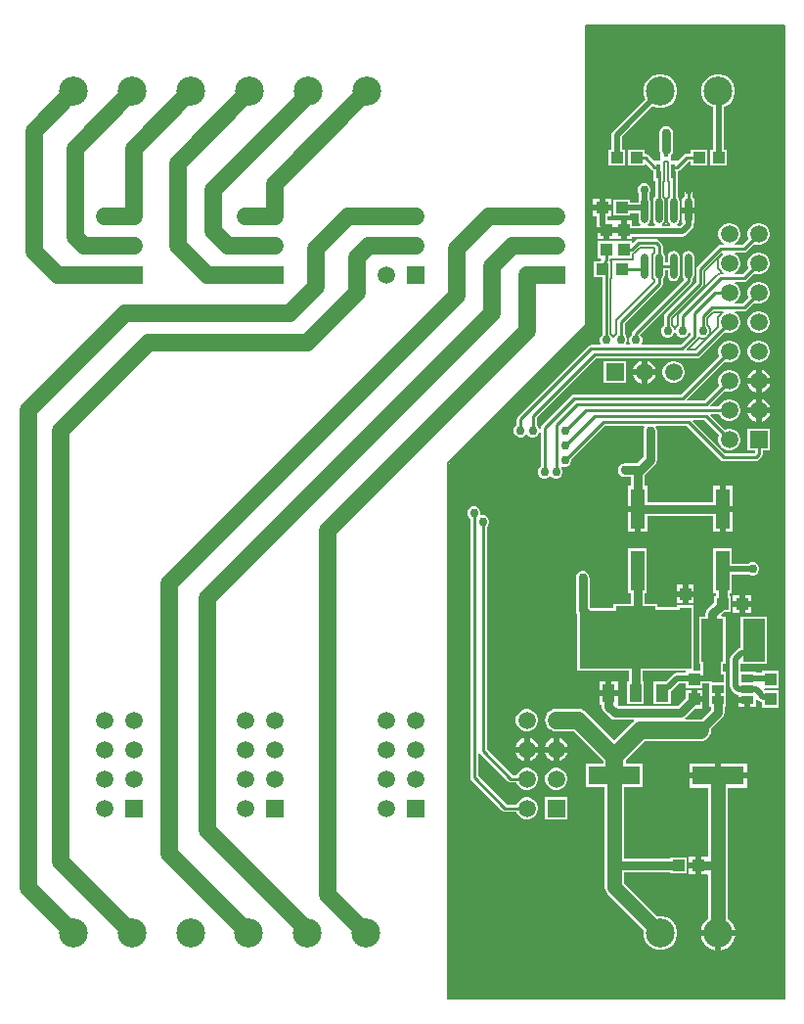
<source format=gtl>
%FSDAX24Y24*%
%MOIN*%
%SFA1B1*%

%IPPOS*%
%ADD11C,0.010000*%
%ADD16C,0.005000*%
%ADD17R,0.039370X0.043310*%
%ADD18R,0.043310X0.039370*%
%ADD19O,0.023620X0.086610*%
%ADD20R,0.015750X0.051180*%
%ADD21R,0.177170X0.064960*%
%ADD22R,0.039370X0.027560*%
%ADD23R,0.074800X0.145670*%
%ADD24R,0.047240X0.137800*%
%ADD25R,0.043310X0.061020*%
%ADD26R,0.043310X0.061020*%
%ADD27R,0.135830X0.061020*%
%ADD44C,0.030000*%
%ADD45C,0.020000*%
%ADD46C,0.050000*%
%ADD47C,0.060000*%
%ADD48R,0.380000X0.190000*%
%ADD49R,0.060000X0.150000*%
%ADD50C,0.098430*%
%ADD51R,0.059060X0.059060*%
%ADD52C,0.059060*%
%ADD53R,0.059060X0.059060*%
%ADD54C,0.030000*%
%ADD70C,0.040000*%
%ADD71C,0.080000*%
%ADD72C,0.160000*%
%ADD73C,0.320000*%
%LNpcb_baseboard-1*%
%LPD*%
G54D16*
X026615Y000156D02*
X015175D01*
Y018389*
X019875Y023089*
Y033308*
X026615*
Y000156*
G54D11*
X026565Y000206D02*
X015225D01*
Y018368*
X019925Y023068*
Y033258*
X026565*
Y000206*
G54D45*
X026465Y000306D02*
X015325D01*
Y018327*
X020025Y023027*
Y033158*
X026465*
Y000306*
G54D70*
X026265Y000506D02*
X015525D01*
Y018244*
X020225Y022944*
Y032958*
X026265*
Y000506*
G54D71*
X025865Y000906D02*
X015925D01*
Y018078*
X020625Y022778*
Y032558*
X025865*
Y000906*
G54D72*
X025065Y001706D02*
X016725D01*
Y017747*
X021425Y022447*
Y031758*
X025065*
Y001706*
G54D73*
X023465Y003306D02*
X018325D01*
Y017084*
X023025Y021784*
Y030158*
X023465*
Y003306*
X019920Y003320D02*
Y018510D01*
X023120Y003320D02*
Y030160D01*
G54D16*
X022520Y026520D02*
Y026540D01*
Y027470D02*
Y028680D01*
X022570Y026520D02*
Y026640D01*
Y027370D02*
Y028680D01*
X022620Y026520D02*
Y026670D01*
Y027340D02*
Y028680D01*
X022670Y026520D02*
Y026550D01*
Y027460D02*
Y027980D01*
G54D11*
X022143Y025714D02*
Y025607D01*
X022151Y025616*
X022094Y025531*
X022074Y025432*
Y024787*
X022093Y024689*
X022153Y024599*
X022143Y024606*
Y024585*
X020898Y023340*
X020858Y023279*
X020843Y023207*
Y022823*
X020792Y022772*
X020780Y022743*
X020826*
X020819Y022759*
X020756Y022823*
Y024649*
X020785*
Y025350*
X020736*
X020756Y025326*
Y025295*
X020825*
X020874*
X021500*
Y025474*
X021494Y025473*
X021555Y025514*
X021735Y025693*
X022164*
X022143Y025714*
X020800Y022750D02*
Y022760D01*
Y022810D02*
Y025280D01*
X020900Y023370D02*
Y025280D01*
X021000Y023470D02*
Y025280D01*
X021100Y023570D02*
Y025280D01*
X021200Y023670D02*
Y025280D01*
X021300Y023770D02*
Y025280D01*
X021400Y023870D02*
Y025280D01*
X021500Y023970D02*
Y025460D01*
X021600Y024070D02*
Y025540D01*
X021700Y024170D02*
Y025640D01*
X021800Y024270D02*
Y025680D01*
X021900Y024370D02*
Y025680D01*
X022000Y024470D02*
Y025680D01*
X022100Y024570D02*
Y024660D01*
Y025570D02*
Y025680D01*
G54D16*
X022830Y023090D02*
Y023360D01*
X022880Y023020D02*
Y023410D01*
X022930Y023060D02*
Y023460D01*
X022980Y023110D02*
Y023510D01*
X023030D02*
Y023560D01*
X023080Y023570D02*
Y023610D01*
X023130Y023620D02*
Y023660D01*
X023180Y023670D02*
Y023710D01*
X023230Y023720D02*
Y023760D01*
X023280Y023770D02*
Y023810D01*
X023330Y023820D02*
Y023860D01*
X023380Y023870D02*
Y023910D01*
X023430Y023920D02*
Y023960D01*
X023480Y023970D02*
Y024010D01*
X023530Y024020D02*
Y024060D01*
X023580Y024070D02*
Y024110D01*
X023630Y024120D02*
Y024160D01*
X023680Y024170D02*
Y024210D01*
X023730Y024220D02*
Y024260D01*
X023780Y024270D02*
Y024310D01*
X023830Y024320D02*
Y024360D01*
X023880Y024370D02*
Y024420D01*
X023930D02*
Y024960D01*
X023980Y024470D02*
Y025010D01*
X024030Y024520D02*
Y025060D01*
X024080Y024570D02*
Y025110D01*
X024130Y024620D02*
Y025160D01*
X024180Y024670D02*
Y025210D01*
X024230Y024720D02*
Y025260D01*
X024280Y024770D02*
Y025310D01*
X024330Y024820D02*
Y025360D01*
X024380Y024850D02*
Y025040D01*
Y025370D02*
Y025410D01*
X024430Y024870D02*
Y024950D01*
Y025460D02*
D01*
X024480Y024870D02*
Y024900D01*
Y025510D02*
D01*
X023360Y022270D02*
Y022290D01*
X023410Y022270D02*
Y022340D01*
X023460Y022270D02*
Y022390D01*
X023510Y022270D02*
Y022440D01*
X023560Y022270D02*
Y022490D01*
X023610Y022300D02*
Y022540D01*
X023660Y022350D02*
Y022590D01*
X023710Y022400D02*
Y022670D01*
X023760Y022450D02*
Y022660D01*
X023810Y022500D02*
Y022640D01*
X023860Y022550D02*
Y022640D01*
X023910Y022600D02*
Y022650D01*
X023960D02*
Y022670D01*
X024010Y022700D02*
D01*
Y023110D02*
Y023340D01*
X024060Y022750D02*
D01*
Y023060D02*
Y023390D01*
X024110Y022800D02*
Y023440D01*
X024160Y022850D02*
Y023490D01*
X024210Y022900D02*
Y023540D01*
X024260Y022950D02*
Y023540D01*
X024310Y023000D02*
Y023540D01*
X024360Y023050D02*
Y023110D01*
Y023300D02*
Y023540D01*
X024410Y023420D02*
Y023540D01*
X024460Y023490D02*
Y023540D01*
X024510D02*
D01*
%LNpcb_baseboard-2*%
%LPC*%
G36*
X022475Y031635D02*
X022325D01*
X022180Y031597*
X022050Y031521*
X021943Y031415*
X021868Y031285*
X021829Y031140*
Y030989*
X021868Y030844*
X021888Y030810*
X020786Y029708*
X020747Y029649*
X020733Y029579*
Y029075*
X020620*
Y028524*
X021210*
Y029075*
X021097*
Y029504*
X022146Y030552*
X022180Y030533*
X022325Y030494*
X022475*
X022621Y030533*
X022751Y030608*
X022857Y030714*
X022932Y030844*
X022971Y030989*
Y031140*
X022932Y031285*
X022857Y031415*
X022751Y031521*
X022621Y031597*
X022475Y031635*
G37*
G36*
X022605Y029876D02*
X022516Y029858D01*
X022440Y029807*
X022390Y029732*
X022372Y029643*
Y029073*
X022390Y028984*
X022413Y028949*
Y028703*
X022370Y028685*
X022186*
X021979Y028892*
X021937Y028921*
X021886Y028931*
X021879*
Y029075*
X021289*
Y028524*
X021879*
Y028556*
X021926Y028575*
X022118Y028382*
X022161Y028353*
X022178Y028350*
Y028016*
X022218*
Y027464*
X022208Y027456*
X022164Y027391*
X022149Y027315*
Y026685*
X022164Y026608*
X022208Y026543*
X022224Y026532*
X022209Y026482*
X021990*
X021975Y026532*
X021991Y026543*
X022035Y026608*
X022050Y026685*
Y027315*
X022035Y027391*
X022032Y027396*
Y027558*
X022043Y027570*
X022078Y027654*
Y027745*
X022043Y027829*
X021979Y027893*
X021895Y027928*
X021804*
X021720Y027893*
X021656Y027829*
X021621Y027745*
Y027654*
X021656Y027570*
X021667Y027558*
Y027396*
X021664Y027391*
X021649Y027315*
Y027282*
X021379*
Y027375*
X020789*
Y026824*
X021379*
Y026917*
X021649*
Y026685*
X021664Y026608*
X021708Y026543*
X021724Y026532*
X021709Y026482*
X021446*
Y026651*
X021250*
Y026334*
Y026018*
X021446*
Y026117*
X023150*
X023219Y026131*
X023278Y026171*
X023478Y026371*
X023518Y026430*
X023532Y026500*
Y026565*
X023555Y026599*
X023572Y026685*
Y026900*
X023350*
X023127*
Y026685*
X023144Y026599*
X023163Y026571*
X023074Y026482*
X022990*
X022975Y026532*
X022991Y026543*
X023035Y026608*
X023050Y026685*
Y027315*
X023035Y027391*
X022991Y027456*
X022981Y027464*
Y028016*
X023005*
Y028350*
X023022Y028353*
X023064Y028382*
X023351Y028668*
X023420*
Y028524*
X024010*
Y029075*
X023420*
Y028931*
X023296*
X023246Y028921*
X023204Y028892*
X022996Y028685*
X022813*
X022770Y028703*
Y028735*
Y028908*
X022821Y028984*
X022838Y029073*
Y029643*
X022821Y029732*
X022770Y029807*
X022694Y029858*
X022605Y029876*
G37*
G36*
X024444Y031635D02*
X024294D01*
X024148Y031597*
X024018Y031521*
X023912Y031415*
X023837Y031285*
X023798Y031140*
Y030989*
X023837Y030844*
X023912Y030714*
X024018Y030608*
X024148Y030533*
X024202Y030518*
Y029075*
X024089*
Y028524*
X024679*
Y029075*
X024566*
Y030527*
X024589Y030533*
X024719Y030608*
X024826Y030714*
X024901Y030844*
X024940Y030989*
Y031140*
X024901Y031285*
X024826Y031415*
X024719Y031521*
X024589Y031597*
X024444Y031635*
G37*
G36*
X020731Y027396D02*
X020515D01*
Y027200*
X020731*
Y027396*
G37*
G36*
X020315D02*
X020098D01*
Y027200*
X020315*
Y027396*
G37*
G36*
X023350Y027831D02*
X023299Y027821D01*
X023257Y027792*
X023228Y027750*
X023218Y027700*
Y027489*
X023192Y027472*
X023144Y027400*
X023127Y027315*
Y027100*
X023350*
X023572*
Y027315*
X023555Y027400*
X023507Y027472*
X023481Y027489*
Y027700*
X023471Y027750*
X023442Y027792*
X023400Y027821*
X023350Y027831*
G37*
G36*
X020450Y026234D02*
X020253D01*
Y026018*
X020450*
Y026234*
G37*
G36*
X020731Y027000D02*
X020415D01*
X020098*
Y026803*
X020233*
Y026489*
X020243Y026434*
X020550*
Y026334*
X020650*
Y026018*
X020846*
X020853*
X021050*
Y026334*
Y026651*
X020853*
X020846*
X020597*
Y026803*
X020731*
Y027000*
G37*
G36*
X025799Y026574D02*
X025700D01*
X025605Y026548*
X025520Y026499*
X025450Y026429*
X025401Y026344*
X025376Y026249*
Y026150*
X025401Y026055*
X025408Y026043*
X025195Y025831*
X024959*
X024946Y025881*
X024979Y025900*
X025049Y025970*
X025098Y026055*
X025124Y026150*
Y026249*
X025098Y026344*
X025049Y026429*
X024979Y026499*
X024894Y026548*
X024799Y026574*
X024700*
X024605Y026548*
X024520Y026499*
X024450Y026429*
X024401Y026344*
X024376Y026249*
Y026150*
X024401Y026055*
X024450Y025970*
X024520Y025900*
X024554Y025881*
X024540Y025831*
X024450*
X024399Y025821*
X024357Y025792*
X023657Y025092*
X023628Y025050*
X023618Y025000*
Y024554*
X022557Y023492*
X022528Y023450*
X022518Y023400*
Y023092*
X022456Y023029*
X022421Y022945*
Y022854*
X022456Y022770*
X022520Y022706*
X022604Y022671*
X022695*
X022779Y022706*
X022843Y022770*
X022875Y022845*
X022875Y022845*
X022924*
X022925Y022845*
X022956Y022770*
X023020Y022706*
X023104Y022671*
X023195*
X023279Y022706*
X023343Y022770*
X023368Y022830*
X023418Y022820*
Y022754*
X023083Y022419*
X021782*
X021760Y022469*
X021790Y022542*
Y022633*
X021756Y022717*
X021704Y022768*
X023442Y024507*
X023471Y024549*
X023481Y024600*
Y024646*
X023491Y024653*
X023535Y024718*
X023550Y024795*
Y025425*
X023535Y025502*
X023491Y025567*
X023426Y025610*
X023350Y025625*
X023273Y025610*
X023208Y025567*
X023164Y025502*
X023149Y025425*
Y024795*
X023164Y024718*
X023208Y024653*
X023208Y024644*
X021469Y022904*
X021440Y022862*
X021430Y022812*
Y022780*
X021368Y022717*
X021333Y022633*
Y022542*
X021363Y022469*
X021342Y022419*
X021257*
X021238Y022465*
X021243Y022470*
X021278Y022554*
Y022645*
X021243Y022729*
X021181Y022792*
Y023145*
X022442Y024407*
X022471Y024449*
X022481Y024500*
Y024646*
X022491Y024653*
X022535Y024718*
X022550Y024795*
Y024979*
X022649*
Y024795*
X022664Y024718*
X022708Y024653*
X022773Y024609*
X022850Y024594*
X022926Y024609*
X022991Y024653*
X023035Y024718*
X023050Y024795*
Y025425*
X023035Y025502*
X022991Y025567*
X022926Y025610*
X022850Y025625*
X022773Y025610*
X022708Y025567*
X022664Y025502*
X022649Y025425*
Y025241*
X022550*
Y025425*
X022535Y025502*
X022491Y025567*
X022481Y025574*
Y025800*
X022471Y025850*
X022442Y025892*
X022342Y025992*
X022300Y026021*
X022250Y026031*
X021650*
X021599Y026021*
X021557Y025992*
X021471Y025907*
X021425Y025926*
Y025960*
X020874*
X020825*
X020274*
Y025370*
X020364*
X020371Y025362*
X020389Y025320*
X020371Y025292*
X020367Y025275*
X020120*
Y024724*
X020418*
Y022768*
X020368Y022717*
X020333Y022633*
Y022542*
X020363Y022469*
X020342Y022419*
X020037*
X019987Y022409*
X019945Y022380*
X017545Y019980*
X017516Y019938*
X017506Y019887*
Y019704*
X017444Y019641*
X017409Y019557*
Y019466*
X017444Y019382*
X017508Y019318*
X017592Y019283*
X017683*
X017767Y019318*
X017807Y019357*
X017851Y019369*
X017870Y019356*
X017920Y019306*
X018004Y019271*
X018095*
X018179Y019306*
X018243Y019370*
X018268Y019430*
X018318Y019420*
Y018292*
X018256Y018229*
X018221Y018145*
Y018054*
X018256Y017970*
X018320Y017906*
X018404Y017871*
X018495*
X018579Y017906*
X018617Y017943*
X018650Y017966*
X018682Y017943*
X018720Y017906*
X018804Y017871*
X018895*
X018979Y017906*
X019043Y017970*
X019078Y018054*
Y018145*
X019043Y018229*
X019022Y018251*
X019050Y018293*
X019104Y018271*
X019195*
X019279Y018306*
X019343Y018370*
X019378Y018454*
Y018543*
X020504Y019668*
X021827*
X021854Y019618*
X021834Y019589*
X021816Y019500*
Y018596*
X021613Y018393*
X021610Y018393*
X021187*
X021098Y018376*
X021022Y018325*
X020972Y018249*
X020954Y018160*
X020972Y018071*
X021022Y017995*
X021098Y017945*
X021187Y017927*
X021387*
Y017630*
X021284*
Y016941*
X021621*
Y016841*
X021721*
Y016052*
X021957*
Y016608*
X024184*
Y016052*
X024421*
Y016841*
Y017630*
X024184*
Y017074*
X021957*
Y017630*
X021854*
Y017974*
X022214Y018335*
X022265Y018410*
X022283Y018500*
Y019500*
X022265Y019589*
X022245Y019618*
X022272Y019668*
X023295*
X024457Y018507*
X024499Y018478*
X024550Y018468*
X025650*
X025700Y018478*
X025742Y018507*
X025842Y018607*
X025871Y018649*
X025881Y018700*
Y018826*
X026124*
Y019574*
X025376*
Y018826*
X025618*
Y018754*
X025595Y018731*
X024604*
X023513Y019822*
X023532Y019868*
X023895*
X024408Y019356*
X024401Y019344*
X024376Y019249*
Y019150*
X024401Y019055*
X024450Y018970*
X024520Y018900*
X024605Y018851*
X024700Y018826*
X024799*
X024894Y018851*
X024979Y018900*
X025049Y018970*
X025098Y019055*
X025124Y019150*
Y019249*
X025098Y019344*
X025049Y019429*
X024979Y019499*
X024894Y019548*
X024799Y019574*
X024700*
X024605Y019548*
X024593Y019541*
X024113Y020022*
X024132Y020068*
X024398*
X024401Y020055*
X024450Y019970*
X024520Y019900*
X024605Y019851*
X024700Y019826*
X024799*
X024894Y019851*
X024979Y019900*
X025049Y019970*
X025098Y020055*
X025124Y020150*
Y020249*
X025098Y020344*
X025049Y020429*
X024979Y020499*
X024894Y020548*
X024799Y020574*
X024700*
X024605Y020548*
X024520Y020499*
X024450Y020429*
X024401Y020344*
X024398Y020331*
X024132*
X024113Y020377*
X024593Y020858*
X024605Y020851*
X024700Y020826*
X024799*
X024894Y020851*
X024979Y020900*
X025049Y020970*
X025098Y021055*
X025124Y021150*
Y021249*
X025098Y021344*
X025049Y021429*
X024979Y021499*
X024894Y021548*
X024799Y021574*
X024700*
X024605Y021548*
X024520Y021499*
X024450Y021429*
X024401Y021344*
X024376Y021249*
Y021150*
X024401Y021055*
X024408Y021043*
X023895Y020531*
X023332*
X023313Y020577*
X024593Y021858*
X024605Y021851*
X024700Y021826*
X024799*
X024894Y021851*
X024979Y021900*
X025049Y021970*
X025098Y022055*
X025124Y022150*
Y022249*
X025098Y022344*
X025049Y022429*
X024979Y022499*
X024894Y022548*
X024799Y022574*
X024700*
X024605Y022548*
X024520Y022499*
X024450Y022429*
X024401Y022344*
X024376Y022249*
Y022150*
X024401Y022055*
X024408Y022043*
X023095Y020731*
X019450*
X019399Y020721*
X019357Y020692*
X018357Y019692*
X018328Y019650*
X018318Y019600*
Y019579*
X018268Y019569*
X018243Y019629*
X018181Y019692*
Y019945*
X020204Y021968*
X023650*
X023700Y021978*
X023742Y022007*
X024593Y022858*
X024605Y022851*
X024700Y022826*
X024799*
X024894Y022851*
X024979Y022900*
X025049Y022970*
X025098Y023055*
X025124Y023150*
Y023249*
X025098Y023344*
X025049Y023429*
X024979Y023499*
X024946Y023518*
X024959Y023568*
X025250*
X025300Y023578*
X025342Y023607*
X025593Y023858*
X025605Y023851*
X025700Y023826*
X025799*
X025894Y023851*
X025979Y023900*
X026049Y023970*
X026098Y024055*
X026124Y024150*
Y024249*
X026098Y024344*
X026049Y024429*
X025979Y024499*
X025894Y024548*
X025799Y024574*
X025700*
X025605Y024548*
X025520Y024499*
X025450Y024429*
X025401Y024344*
X025376Y024249*
Y024150*
X025401Y024055*
X025408Y024043*
X025195Y023831*
X024959*
X024946Y023881*
X024979Y023900*
X025049Y023970*
X025098Y024055*
X025124Y024150*
Y024249*
X025098Y024344*
X025049Y024429*
X024979Y024499*
X024946Y024518*
X024959Y024568*
X025250*
X025300Y024578*
X025342Y024607*
X025593Y024858*
X025605Y024851*
X025700Y024826*
X025799*
X025894Y024851*
X025979Y024900*
X026049Y024970*
X026098Y025055*
X026124Y025150*
Y025249*
X026098Y025344*
X026049Y025429*
X025979Y025499*
X025894Y025548*
X025799Y025574*
X025700*
X025605Y025548*
X025520Y025499*
X025450Y025429*
X025401Y025344*
X025376Y025249*
Y025150*
X025401Y025055*
X025408Y025043*
X025195Y024831*
X024959*
X024946Y024881*
X024979Y024900*
X025049Y024970*
X025098Y025055*
X025124Y025150*
Y025249*
X025098Y025344*
X025049Y025429*
X024979Y025499*
X024946Y025518*
X024959Y025568*
X025250*
X025300Y025578*
X025342Y025607*
X025593Y025858*
X025605Y025851*
X025700Y025826*
X025799*
X025894Y025851*
X025979Y025900*
X026049Y025970*
X026098Y026055*
X026124Y026150*
Y026249*
X026098Y026344*
X026049Y026429*
X025979Y026499*
X025894Y026548*
X025799Y026574*
G37*
G36*
Y023574D02*
X025700D01*
X025605Y023548*
X025520Y023499*
X025450Y023429*
X025401Y023344*
X025376Y023249*
Y023150*
X025401Y023055*
X025450Y022970*
X025520Y022900*
X025605Y022851*
X025700Y022826*
X025799*
X025894Y022851*
X025979Y022900*
X026049Y022970*
X026098Y023055*
X026124Y023150*
Y023249*
X026098Y023344*
X026049Y023429*
X025979Y023499*
X025894Y023548*
X025799Y023574*
G37*
G36*
Y022574D02*
X025700D01*
X025605Y022548*
X025520Y022499*
X025450Y022429*
X025401Y022344*
X025376Y022249*
Y022150*
X025401Y022055*
X025450Y021970*
X025520Y021900*
X025605Y021851*
X025700Y021826*
X025799*
X025894Y021851*
X025979Y021900*
X026049Y021970*
X026098Y022055*
X026124Y022150*
Y022249*
X026098Y022344*
X026049Y022429*
X025979Y022499*
X025894Y022548*
X025799Y022574*
G37*
G36*
X021950Y021882D02*
Y021600D01*
X022232*
X022218Y021652*
X022166Y021742*
X022092Y021816*
X022002Y021868*
X021950Y021882*
G37*
G36*
X021750D02*
X021697Y021868D01*
X021607Y021816*
X021533Y021742*
X021481Y021652*
X021467Y021600*
X021750*
Y021882*
G37*
G36*
X025850Y021582D02*
Y021300D01*
X026132*
X026118Y021352*
X026066Y021442*
X025992Y021516*
X025902Y021568*
X025850Y021582*
G37*
G36*
X025650D02*
X025597Y021568D01*
X025507Y021516*
X025433Y021442*
X025381Y021352*
X025367Y021300*
X025650*
Y021582*
G37*
G36*
X022899Y021874D02*
X022800D01*
X022705Y021848*
X022620Y021799*
X022550Y021729*
X022501Y021644*
X022476Y021549*
Y021450*
X022501Y021355*
X022550Y021270*
X022620Y021200*
X022705Y021151*
X022800Y021126*
X022899*
X022994Y021151*
X023079Y021200*
X023149Y021270*
X023198Y021355*
X023224Y021450*
Y021549*
X023198Y021644*
X023149Y021729*
X023079Y021799*
X022994Y021848*
X022899Y021874*
G37*
G36*
X021224D02*
X020476D01*
Y021126*
X021224*
Y021874*
G37*
G36*
X022232Y021400D02*
X021950D01*
Y021117*
X022002Y021131*
X022092Y021183*
X022166Y021257*
X022218Y021347*
X022232Y021400*
G37*
G36*
X021750D02*
X021467D01*
X021481Y021347*
X021533Y021257*
X021607Y021183*
X021697Y021131*
X021750Y021117*
Y021400*
G37*
G36*
X026132Y021100D02*
X025850D01*
Y020817*
X025902Y020831*
X025992Y020883*
X026066Y020957*
X026118Y021047*
X026132Y021100*
G37*
G36*
X025650D02*
X025367D01*
X025381Y021047*
X025433Y020957*
X025507Y020883*
X025597Y020831*
X025650Y020817*
Y021100*
G37*
G36*
X025850Y020582D02*
Y020300D01*
X026132*
X026118Y020352*
X026066Y020442*
X025992Y020516*
X025902Y020568*
X025850Y020582*
G37*
G36*
X025650D02*
X025597Y020568D01*
X025507Y020516*
X025433Y020442*
X025381Y020352*
X025367Y020300*
X025650*
Y020582*
G37*
G36*
X026132Y020100D02*
X025850D01*
Y019817*
X025902Y019831*
X025992Y019883*
X026066Y019957*
X026118Y020047*
X026132Y020100*
G37*
G36*
X025650D02*
X025367D01*
X025381Y020047*
X025433Y019957*
X025507Y019883*
X025597Y019831*
X025650Y019817*
Y020100*
G37*
G36*
X024857Y017630D02*
X024621D01*
Y016941*
X024857*
Y017630*
G37*
G36*
Y016741D02*
X024621D01*
Y016052*
X024857*
Y016741*
G37*
G36*
X021521D02*
X021284D01*
Y016052*
X021521*
Y016741*
G37*
G36*
X023546Y014251D02*
X023350D01*
Y014034*
X023546*
Y014251*
G37*
G36*
X023150D02*
X022953D01*
Y014034*
X023150*
Y014251*
G37*
G36*
X025501Y013896D02*
X025284D01*
Y013700*
X025501*
Y013896*
G37*
G36*
X025084D02*
X024868D01*
Y013700*
X025084*
Y013896*
G37*
G36*
X023546Y013834D02*
X023350D01*
Y013618*
X023546*
Y013834*
G37*
G36*
X023150D02*
X022953D01*
Y013618*
X023150*
Y013834*
G37*
G36*
X025501Y013500D02*
X025284D01*
Y013303*
X025501*
Y013500*
G37*
G36*
X025084D02*
X024868D01*
Y013303*
X025084*
Y013500*
G37*
G36*
X024836Y015506D02*
X024206D01*
Y013971*
X024287*
Y013875*
X024220*
Y013634*
X024009Y013423*
X023958Y013347*
X023940Y013258*
Y013183*
X023721*
Y011569*
X023769*
Y011329*
X023558*
X023545Y011344*
X023526Y011379*
X023530Y011400*
Y013300*
X023525Y013323*
Y013560*
X022974*
Y013498*
X022307*
Y013612*
X021854*
Y013971*
X021936*
Y015506*
X021306*
Y013971*
X021387*
Y013612*
X020792*
Y013462*
X020017*
X019983Y013496*
Y014500*
X019978Y014522*
Y014545*
X019969Y014566*
X019965Y014589*
X019952Y014608*
X019943Y014629*
X019927Y014645*
X019914Y014664*
X019895Y014677*
X019879Y014693*
X019858Y014702*
X019839Y014715*
X019816Y014719*
X019795Y014728*
X019772*
X019750Y014733*
X019727Y014728*
X019704*
X019683Y014719*
X019660Y014715*
X019641Y014702*
X019620Y014693*
X019604Y014677*
X019585Y014664*
X019572Y014645*
X019556Y014629*
X019547Y014608*
X019534Y014589*
X019530Y014566*
X019521Y014545*
Y014522*
X019516Y014500*
Y013400*
X019534Y013310*
X019569Y013258*
Y011400*
X019575Y011369*
X019593Y011343*
X019619Y011325*
X019650Y011319*
X021316*
Y010955*
X021254*
Y010187*
X021845*
Y010955*
X021783*
Y011319*
X023274*
Y011256*
X022958*
X022888Y011242*
X022829Y011202*
X022585Y010958*
X022572*
X022554Y010955*
X022160*
Y010187*
X022750*
Y010621*
X022789Y010647*
X023033Y010891*
X023274*
Y010739*
X023825*
Y010891*
X024074*
Y010483*
Y010109*
X024116*
Y009996*
X023796Y009675*
X023750Y009682*
X023260*
X023245Y009732*
X023249Y009735*
X023563Y010048*
X023846*
Y010265*
X023550*
Y010365*
X023450*
Y010681*
X023253*
Y010398*
X022988Y010133*
X020997*
X020961Y010166*
Y010471*
X020327*
Y010166*
X020411*
Y010105*
X020429Y010016*
X020479Y009940*
X020685Y009735*
X020760Y009684*
X020850Y009666*
X021495*
X021512Y009616*
X021451Y009570*
X020835Y008954*
X019870Y009920*
X019791Y009980*
X019698Y010019*
X019649Y010025*
X019600Y010032*
X018850*
X018751Y010019*
X018659Y009980*
X018579Y009920*
X018519Y009841*
X018481Y009748*
X018468Y009650*
X018481Y009551*
X018519Y009459*
X018579Y009379*
X018659Y009319*
X018751Y009281*
X018850Y009268*
X019441*
X020453Y008255*
Y008161*
X019871*
Y007354*
X020504*
Y004700*
Y003964*
X020515Y003879*
X020548Y003799*
X020601Y003730*
X021835Y002496*
X021829Y002475*
Y002324*
X021868Y002179*
X021943Y002049*
X022050Y001943*
X022180Y001868*
X022325Y001829*
X022475*
X022621Y001868*
X022751Y001943*
X022857Y002049*
X022932Y002179*
X022971Y002324*
Y002475*
X022932Y002620*
X022857Y002750*
X022751Y002856*
X022621Y002932*
X022475Y002970*
X022325*
X022304Y002965*
X021167Y004102*
Y004466*
X022720*
Y004424*
X023310*
Y004975*
X022720*
Y004933*
X021167*
Y007354*
X021800*
Y008161*
X021217*
Y008255*
X021879Y008918*
X023750*
X023848Y008931*
X023941Y008969*
X024020Y009029*
X024080Y009109*
X024119Y009201*
X024132Y009300*
X024125Y009346*
X024514Y009735*
X024565Y009810*
X024583Y009900*
Y010109*
X024625*
Y010483*
Y010857*
Y011290*
X024530*
Y011569*
X024626*
Y013183*
X024494*
X024475Y013230*
X024569Y013324*
X024810*
Y013875*
X024754*
Y013971*
X024836*
Y014617*
X025408*
X025420Y014606*
X025504Y014571*
X025595*
X025679Y014606*
X025743Y014670*
X025778Y014754*
Y014845*
X025743Y014929*
X025679Y014993*
X025595Y015028*
X025504*
X025420Y014993*
X025408Y014982*
X024836*
Y015506*
G37*
G36*
X020961Y010976D02*
X020744D01*
Y010671*
X020961*
Y010976*
G37*
G36*
X020544D02*
X020327D01*
Y010671*
X020544*
Y010976*
G37*
G36*
X023846Y010681D02*
X023650D01*
Y010465*
X023846*
Y010681*
G37*
G36*
X025273Y010226D02*
X025076D01*
Y010088*
X025273*
Y010226*
G37*
G36*
X026044Y013183D02*
X025138D01*
Y012116*
X025081Y012104*
X025022Y012065*
X024821Y011864*
X024781Y011805*
X024767Y011735*
Y010800*
X024781Y010730*
X024821Y010671*
X024921Y010571*
X024980Y010531*
X025050Y010517*
X025076*
Y010426*
X025373*
Y010326*
X025473*
Y010088*
X025670*
Y010319*
X025720Y010340*
X025758Y010302*
X025817Y010262*
X025874Y010251*
Y010070*
X026425*
Y010660*
X025954*
X025928Y010693*
X025948Y010739*
X026425*
Y011329*
X025874*
Y011256*
X025649*
Y011290*
X025132*
Y011522*
X025138Y011569*
X026044*
Y013183*
G37*
G36*
X017899Y010024D02*
X017800D01*
X017705Y009998*
X017620Y009949*
X017550Y009879*
X017501Y009794*
X017476Y009699*
Y009600*
X017501Y009505*
X017550Y009420*
X017620Y009350*
X017705Y009301*
X017800Y009276*
X017899*
X017994Y009301*
X018079Y009350*
X018149Y009420*
X018198Y009505*
X018224Y009600*
Y009699*
X018198Y009794*
X018149Y009879*
X018079Y009949*
X017994Y009998*
X017899Y010024*
G37*
G36*
X018950Y009032D02*
Y008750D01*
X019232*
X019218Y008802*
X019166Y008892*
X019092Y008966*
X019002Y009018*
X018950Y009032*
G37*
G36*
X017950D02*
Y008750D01*
X018232*
X018218Y008802*
X018166Y008892*
X018092Y008966*
X018002Y009018*
X017950Y009032*
G37*
G36*
X018750D02*
X018697Y009018D01*
X018607Y008966*
X018533Y008892*
X018481Y008802*
X018467Y008750*
X018750*
Y009032*
G37*
G36*
X017750D02*
X017697Y009018D01*
X017607Y008966*
X017533Y008892*
X017481Y008802*
X017467Y008750*
X017750*
Y009032*
G37*
G36*
X019232Y008550D02*
X018950D01*
Y008267*
X019002Y008281*
X019092Y008333*
X019166Y008407*
X019218Y008497*
X019232Y008550*
G37*
G36*
X018232D02*
X017950D01*
Y008267*
X018002Y008281*
X018092Y008333*
X018166Y008407*
X018218Y008497*
X018232Y008550*
G37*
G36*
X018750D02*
X018467D01*
X018481Y008497*
X018533Y008407*
X018607Y008333*
X018697Y008281*
X018750Y008267*
Y008550*
G37*
G36*
X017750D02*
X017467D01*
X017481Y008497*
X017533Y008407*
X017607Y008333*
X017697Y008281*
X017750Y008267*
Y008550*
G37*
G36*
X025364Y008182D02*
X024479D01*
Y007857*
X025364*
Y008182*
G37*
G36*
X024279D02*
X023393D01*
Y007857*
X024279*
Y008182*
G37*
G36*
X018899Y008024D02*
X018800D01*
X018705Y007998*
X018620Y007949*
X018550Y007879*
X018501Y007794*
X018476Y007699*
Y007600*
X018501Y007505*
X018550Y007420*
X018620Y007350*
X018705Y007301*
X018800Y007276*
X018899*
X018994Y007301*
X019079Y007350*
X019149Y007420*
X019198Y007505*
X019224Y007600*
Y007699*
X019198Y007794*
X019149Y007879*
X019079Y007949*
X018994Y007998*
X018899Y008024*
G37*
G36*
X016095Y016928D02*
X016004D01*
X015920Y016893*
X015856Y016829*
X015821Y016745*
Y016654*
X015856Y016570*
X015918Y016507*
Y007700*
X015928Y007649*
X015957Y007607*
X017007Y006557*
X017049Y006528*
X017100Y006518*
X017498*
X017501Y006505*
X017550Y006420*
X017620Y006350*
X017705Y006301*
X017800Y006276*
X017899*
X017994Y006301*
X018079Y006350*
X018149Y006420*
X018198Y006505*
X018224Y006600*
Y006699*
X018198Y006794*
X018149Y006879*
X018079Y006949*
X017994Y006998*
X017899Y007024*
X017800*
X017705Y006998*
X017620Y006949*
X017550Y006879*
X017501Y006794*
X017498Y006781*
X017154*
X016181Y007754*
Y008515*
X016227Y008546*
X016231Y008546*
X016257Y008507*
X017207Y007557*
X017249Y007528*
X017300Y007518*
X017498*
X017501Y007505*
X017550Y007420*
X017620Y007350*
X017705Y007301*
X017800Y007276*
X017899*
X017994Y007301*
X018079Y007350*
X018149Y007420*
X018198Y007505*
X018224Y007600*
Y007699*
X018198Y007794*
X018149Y007879*
X018079Y007949*
X017994Y007998*
X017899Y008024*
X017800*
X017705Y007998*
X017620Y007949*
X017550Y007879*
X017501Y007794*
X017498Y007781*
X017354*
X016481Y008654*
Y016207*
X016543Y016270*
X016578Y016354*
Y016445*
X016543Y016529*
X016479Y016593*
X016395Y016628*
X016322*
X016294Y016644*
X016278Y016672*
Y016745*
X016243Y016829*
X016179Y016893*
X016095Y016928*
G37*
G36*
X019224Y007024D02*
X018476D01*
Y006276*
X019224*
Y007024*
G37*
G36*
X023584Y004996D02*
X023368D01*
Y004800*
X023584*
Y004996*
G37*
G36*
Y004600D02*
X023368D01*
Y004403*
X023584*
Y004600*
G37*
G36*
X025364Y007657D02*
X023393D01*
Y007332*
X024037*
Y005029*
X024001Y004996*
X023784*
Y004700*
Y004403*
X024001*
X024037Y004370*
Y002890*
X023991Y002859*
X023909Y002777*
X023844Y002680*
X023799Y002572*
X023785Y002500*
X024369*
X024953*
X024938Y002572*
X024894Y002680*
X024829Y002777*
X024746Y002859*
X024700Y002890*
Y004700*
Y007332*
X025364*
Y007657*
G37*
G36*
X024953Y002300D02*
X024469D01*
Y001816*
X024542Y001830*
X024649Y001875*
X024746Y001940*
X024829Y002022*
X024894Y002119*
X024938Y002227*
X024953Y002300*
G37*
G36*
X024269D02*
X023785D01*
X023799Y002227*
X023844Y002119*
X023909Y002022*
X023991Y001940*
X024088Y001875*
X024196Y001830*
X024269Y001816*
Y002300*
G37*
%LNpcb_baseboard-3*%
%LPD*%
G54D16*
X022665Y028669D02*
Y028653D01*
Y027991*
X022693*
Y027477*
X022690Y027474*
X022641Y027401*
X022624Y027317*
Y026682*
X022641Y026598*
X022690Y026525*
X022695Y026521*
X022690Y026507*
X022509*
X022504Y026521*
X022509Y026525*
X022558Y026598*
X022575Y026682*
Y027317*
X022558Y027401*
X022509Y027474*
X022506Y027477*
Y027991*
X022518*
Y028653*
Y028669*
X022541Y028678*
X022642*
X022665Y028669*
X022193Y025735D02*
Y025587D01*
X022190Y025584*
X022141Y025511*
X022124Y025427*
Y024792*
X022141Y024708*
X022190Y024635*
X022193Y024632*
Y024564*
X020937Y023308*
X020905Y023259*
X020893Y023202*
Y022802*
X020834Y022743*
X020813Y022693*
X020793*
X020777Y022731*
X020705Y022802*
X020706Y022802*
Y024699*
X020735*
Y025300*
X020713*
X020706Y025308*
Y025345*
X020825*
X020874*
X021450*
Y025515*
X021475Y025520*
X021524Y025553*
X021714Y025743*
X022185*
X022193Y025735*
X024492Y025531D02*
X024496Y025514D01*
X024505Y025519*
X024430Y025444*
X024378Y025354*
X024351Y025252*
Y025147*
X024378Y025045*
X024430Y024955*
X024504Y024880*
X024524Y024869*
X024521Y024856*
X024447*
X024390Y024844*
X024341Y024812*
X023037Y023508*
X023005Y023459*
X022993Y023402*
Y023102*
X022934Y023043*
X022908Y022979*
X022891*
X022865Y023043*
X022806Y023102*
Y023335*
X023862Y024391*
X023894Y024440*
X023906Y024497*
Y024935*
X024501Y025530*
X024492Y025531*
X024524Y023530D02*
X024504Y023519D01*
X024430Y023444*
X024378Y023354*
X024351Y023252*
Y023147*
X024378Y023045*
X024377Y023047*
X023585Y022256*
X023348*
X023342Y022271*
X023662Y022591*
X023694Y022640*
X023699Y022663*
X023706Y022667*
X023728Y022676*
X023726Y022676*
X023799Y022646*
X023900*
X023993Y022684*
X024065Y022756*
X024103Y022849*
Y022950*
X024065Y023043*
X024006Y023102*
Y023335*
X024214Y023543*
X024521*
X024524Y023530*
%LNpcb_baseboard-4*%
%LPC*%
G36*
X021850Y025625D02*
X021773Y025610D01*
X021708Y025567*
X021664Y025502*
X021649Y025425*
Y025131*
X021379*
Y025275*
X020789*
Y024724*
X021379*
Y024868*
X021649*
Y024795*
X021664Y024718*
X021708Y024653*
X021773Y024609*
X021850Y024594*
X021926Y024609*
X021991Y024653*
X022035Y024718*
X022050Y024795*
Y025425*
X022035Y025502*
X021991Y025567*
X021926Y025610*
X021850Y025625*
G37*
%LNpcb_baseboard-5*%
%LPD*%
G54D11*
X022847Y028446D02*
X022876Y028475D01*
X023296Y028800D02*
X023715D01*
X022847Y028350D02*
Y028446D01*
X022876Y028475D02*
X022971D01*
X023296Y028800*
X022307Y028475D02*
X022335Y028446D01*
Y028350D02*
Y028446D01*
X022211Y028475D02*
X022307D01*
X021886Y028800D02*
X022211Y028475D01*
X021584Y028800D02*
X021886D01*
X022850Y027000D02*
Y028348D01*
X022847Y028350D02*
X022850Y028348D01*
X022335Y028350D02*
X022350Y028336D01*
Y027000D02*
Y028336D01*
X020550Y022600D02*
X020562Y022587D01*
X020550Y022600D02*
Y024865D01*
X020415Y025000D02*
X020492Y025076D01*
X017637Y019887D02*
X020037Y022287D01*
X023137D02*
X023550Y022700D01*
X020037Y022287D02*
X023137D01*
X018450Y019600D02*
X019450Y020600D01*
X023150*
X024750Y022200*
X023950Y020400D02*
X024750Y021200D01*
X018850Y019700D02*
X019550Y020400D01*
X023950*
X017637Y019512D02*
Y019887D01*
X018050Y019500D02*
Y020000D01*
X020150Y022100D02*
X023650D01*
X018050Y020000D02*
X020150Y022100D01*
X020415Y025000D02*
X020550Y024865D01*
X021050Y022600D02*
Y023200D01*
X022350Y024500*
X021562Y022812D02*
X023350Y024600D01*
X021562Y022587D02*
Y022812D01*
X016350Y008600D02*
Y016400D01*
Y008600D02*
X017300Y007650D01*
X017850*
X016050Y007700D02*
Y016700D01*
Y007700D02*
X017100Y006650D01*
X017850*
X018450Y018100D02*
Y019600D01*
X018850Y018100D02*
Y019700D01*
X019150Y019500D02*
X019850Y020200D01*
X019150Y019000D02*
X020150Y020000D01*
X020450Y019800D02*
X023350D01*
X019150Y018500D02*
X020450Y019800D01*
X023650Y022100D02*
X024750Y023200D01*
X023550Y022700D02*
Y023500D01*
X024250Y024200*
X023150Y022900D02*
Y023400D01*
X024450Y024700*
X023850Y022900D02*
Y023400D01*
X023950Y020000D02*
X024750Y019200D01*
X023350Y019800D02*
X024550Y018600D01*
X020150Y020000D02*
X023950D01*
X019850Y020200D02*
X024750D01*
X024550Y018600D02*
X025650D01*
X025750Y018700D02*
Y019200D01*
X025650Y018600D02*
X025750Y018700D01*
X024250Y024200D02*
X024750D01*
X023850Y023400D02*
X024150Y023700D01*
X025250*
X025750Y024200*
X024450Y024700D02*
X025250D01*
X023750Y025000D02*
X024450Y025700D01*
X023750Y024500D02*
Y025000D01*
X022650Y023400D02*
X023750Y024500D01*
X024450Y025700D02*
X025250D01*
X022650Y022900D02*
Y023400D01*
X025250Y024700D02*
X025750Y025200D01*
X025250Y025700D02*
X025750Y026200D01*
X022350Y024500D02*
Y025110D01*
X023350Y024600D02*
Y025110D01*
Y027000D02*
Y027700D01*
X020550Y025300D02*
Y025665D01*
X020492Y025076D02*
Y025242D01*
X020550Y025300*
X021850Y027000D02*
Y027037D01*
X021787Y027100D02*
X021850Y027037D01*
X021787Y025000D02*
X021850Y025062D01*
Y025110*
X021084Y025000D02*
X021787D01*
X022350Y025110D02*
X022850D01*
X022350D02*
Y025800D01*
X022250Y025900D02*
X022350Y025800D01*
X021650Y025900D02*
X022250D01*
X021150Y025665D02*
X021415D01*
X021650Y025900*
G54D17*
X021150Y026334D03*
Y025665D03*
X020550D03*
Y026334D03*
X026150Y010365D03*
Y011034D03*
X023550Y010365D03*
Y011034D03*
X023250Y013934D03*
Y013265D03*
G54D18*
X020415Y025000D03*
X021084D03*
X024384Y028800D03*
X023715D03*
X020915D03*
X021584D03*
X025184Y013600D03*
X024515D03*
X023684Y004700D03*
X023015D03*
X021084Y027100D03*
X020415D03*
G54D19*
X023350Y027000D03*
X022850D03*
X022350D03*
X021850D03*
X023350Y025110D03*
X022850D03*
X022350D03*
X021850D03*
G54D20*
X022591Y029059D03*
X022847Y028350D03*
X022335D03*
G54D21*
X024379Y007757D03*
X020835D03*
G54D22*
X024350Y011074D03*
Y010700D03*
Y010326D03*
X025373Y011074D03*
Y010700D03*
Y010326D03*
G54D23*
X024174Y012376D03*
X025591D03*
G54D24*
X021621Y016841D03*
Y014739D03*
X024521Y016841D03*
Y014739D03*
G54D25*
X020644Y010571D03*
G54D26*
X021550Y010571D03*
X022455D03*
G54D27*
X021550Y013228D03*
G54D44*
X022050Y018500D02*
Y019500D01*
X021621Y016841D02*
Y018071D01*
X021187Y018160D02*
X021610D01*
X021621Y018071D02*
Y018160D01*
Y018071D02*
X022050Y018500D01*
X022605Y029073D02*
Y029643D01*
X020835Y004700D02*
X023015D01*
X023684D02*
X024369D01*
X021550Y010571D02*
Y011700D01*
X019750Y013400D02*
Y014500D01*
Y013400D02*
X019921Y013228D01*
X021550*
X020644Y010105D02*
X020850Y009900D01*
X020644Y010105D02*
Y010571D01*
X023084Y009900D02*
X023483Y010298D01*
X020850Y009900D02*
X023084D01*
X023550Y010345D02*
Y010365D01*
X023503Y010298D02*
X023550Y010345D01*
X023483Y010298D02*
X023503D01*
X021586Y013265D02*
X021621Y013299D01*
X021550Y013228D02*
X021586Y013265D01*
X021621Y013299D02*
Y014739D01*
X021586Y013265D02*
X023250D01*
X024515Y013600D02*
X024521Y013605D01*
Y014739*
X024448Y013553D02*
X024495Y013600D01*
X024515*
X024174Y012376D02*
Y013258D01*
X024448Y013533*
Y013553*
X021621Y016841D02*
X024521D01*
X023750Y009300D02*
X024350Y009900D01*
Y010326*
G54D45*
X024369Y031065D02*
X024384Y031049D01*
Y028800D02*
Y031049D01*
X020915Y028800D02*
Y029579D01*
X022400Y031065*
X024582Y014800D02*
X025550D01*
X024521Y014739D02*
X024582Y014800D01*
X020415Y026489D02*
X020550Y026354D01*
Y026334D02*
Y026354D01*
X020415Y026489D02*
Y027100D01*
X020550Y026334D02*
D01*
X021150*
X021184Y026300D02*
X023150D01*
X021150Y026334D02*
X021184Y026300D01*
X023350Y026500D02*
Y027000D01*
X023150Y026300D02*
X023350Y026500D01*
X021850Y027037D02*
Y027700D01*
X021084Y027100D02*
X021787D01*
X024350Y010326D02*
Y010700D01*
X022958Y011074D02*
X024350D01*
X022455Y010571D02*
Y010659D01*
X022572Y010776*
X022660*
X022958Y011074*
X026110D02*
X026150Y011034D01*
X025373Y011074D02*
X026110D01*
X025887Y010431D02*
X026084D01*
X026150Y010365*
X025818Y010500D02*
X025887Y010431D01*
X025650Y010700D02*
X025818Y010531D01*
X025373Y010700D02*
X025650D01*
X025818Y010500D02*
Y010531D01*
X024950Y010800D02*
Y011735D01*
X025591Y012210D02*
Y012376D01*
X025317Y011936D02*
X025591Y012210D01*
X025151Y011936D02*
X025317D01*
X024950Y011735D02*
X025151Y011936D01*
X025050Y010700D02*
X025373D01*
X024950Y010800D02*
X025050Y010700D01*
G54D46*
X020835Y004700D02*
Y007757D01*
Y003964D02*
Y004700D01*
X024369D02*
Y007747D01*
Y002400D02*
Y004700D01*
Y007747D02*
X024379Y007757D01*
X020835Y003964D02*
X022400Y002400D01*
G54D47*
X006950Y013800D02*
X016650Y023500D01*
X006950Y005900D02*
Y013800D01*
X016650Y023500D02*
Y025100D01*
X005650Y014300D02*
X015450Y024100D01*
X005650Y005100D02*
Y014300D01*
X015450Y024100D02*
Y025700D01*
X017850Y022900D02*
Y024800D01*
X011050Y003700D02*
Y016100D01*
X017850Y022900*
X016650Y025100D02*
X017350Y025800D01*
X018850*
X011050Y003700D02*
X012350Y002400D01*
X006950Y005900D02*
X010350Y002500D01*
Y002400D02*
Y002500D01*
X005650Y005100D02*
X008350Y002400D01*
X004950Y022500D02*
X010350D01*
X001950Y019500D02*
X004950Y022500D01*
X010350D02*
X012050Y024200D01*
X004150Y023500D02*
X009750D01*
X010650Y024400*
X000850Y020200D02*
X004150Y023500D01*
X012050Y024200D02*
Y025400D01*
X001950Y004850D02*
Y019500D01*
X010650Y024400D02*
Y025700D01*
X011750Y026800*
X000850Y003950D02*
Y020200D01*
X021721Y009300D02*
X023750D01*
X020835Y008414D02*
X021721Y009300D01*
X019600Y009650D02*
X020835Y008414D01*
Y007757D02*
Y008414D01*
X018850Y009650D02*
X019600D01*
X017850Y024800D02*
X018850D01*
X016550Y026800D02*
X017850D01*
X015450Y025700D02*
X016550Y026800D01*
X017850D02*
X018850D01*
X001950Y004850D02*
X004400Y002400D01*
X000850Y003950D02*
X002400Y002400D01*
X012450Y025800D02*
X013050D01*
X012050Y025400D02*
X012450Y025800D01*
X013050D02*
X014050D01*
X011750Y026800D02*
X013050D01*
X014050*
X005950Y028606D02*
X008408Y031065D01*
X005950Y025800D02*
Y028606D01*
Y025800D02*
X006950Y024800D01*
X008250*
X009250*
X007150Y026300D02*
X007650Y025800D01*
X008250*
X004450Y029115D02*
X006400Y031065D01*
X004450Y026800D02*
Y029115D01*
X002450Y026100D02*
Y029115D01*
X004400Y031065*
X001050Y025600D02*
Y029715D01*
X002400Y031065*
X009250Y027906D02*
X012408Y031065D01*
X009250Y026800D02*
Y027906D01*
X008250Y026800D02*
X009250D01*
X010216Y030768D02*
X010408Y030961D01*
X010216Y030766D02*
Y030768D01*
X010408Y030961D02*
Y031065D01*
X007150Y027700D02*
X010216Y030766D01*
X007150Y026300D02*
Y027700D01*
X008250Y025800D02*
X009250D01*
X001050Y025600D02*
X001850Y024800D01*
X003450*
X004450*
X002450Y026100D02*
X002750Y025800D01*
X003450*
X004450*
X003450Y026800D02*
X004450D01*
G54D48*
X021550Y012350D03*
G54D49*
X024150Y011750D03*
G54D50*
X012350Y002400D03*
X010350D03*
X008350D03*
X006400D03*
X004400D03*
X002400D03*
X024369Y031065D03*
X022400D03*
X008408D03*
X010408D03*
X012408D03*
X002400D03*
X004400D03*
X006400D03*
X024369Y002400D03*
X022400D03*
G54D51*
X020850Y021500D03*
G54D52*
X021850Y021500D03*
X022850D03*
X017850Y026800D03*
X018850D03*
X017850Y025800D03*
X018850D03*
X017850Y024800D03*
X013050Y026800D03*
X014050D03*
X013050Y025800D03*
X014050D03*
X013050Y024800D03*
X008250Y026800D03*
X009250D03*
X008250Y025800D03*
X009250D03*
X008250Y024800D03*
X003450Y026800D03*
X004450D03*
X003450Y025800D03*
X004450D03*
X003450Y024800D03*
X024750Y026200D03*
X025750D03*
X024750Y025200D03*
X025750D03*
X024750Y024200D03*
X025750D03*
X024750Y023200D03*
X025750D03*
X024750Y022200D03*
X025750D03*
X024750Y021200D03*
X025750D03*
X024750Y020200D03*
X025750D03*
X024750Y019200D03*
X013050Y009650D03*
X014050D03*
X013050Y008650D03*
X014050D03*
X013050Y007650D03*
X014050D03*
X013050Y006650D03*
X017850Y009650D03*
X018850D03*
X017850Y008650D03*
X018850D03*
X017850Y007650D03*
X018850D03*
X017850Y006650D03*
X008250Y009650D03*
X009250D03*
X008250Y008650D03*
X009250D03*
X008250Y007650D03*
X009250D03*
X008250Y006650D03*
X003450Y009650D03*
X004450D03*
X003450Y008650D03*
X004450D03*
X003450Y007650D03*
X004450D03*
X003450Y006650D03*
G54D53*
X018850Y024800D03*
X014050D03*
X009250D03*
X004450D03*
X025750Y019200D03*
X014050Y006650D03*
X018850D03*
X009250D03*
X004450D03*
G54D54*
X022050Y019500D03*
X021187Y018160D03*
X022605Y029643D03*
X020562Y022587D03*
X021562D03*
X021050Y022600D03*
X025550Y014800D03*
X019750Y014500D03*
X016350Y016400D03*
X016050Y016700D03*
X019150Y019500D03*
X018450Y018100D03*
X018850D03*
X019150Y019000D03*
Y018500D03*
X018050Y019500D03*
X023150Y022900D03*
X023850D03*
X017637Y019512D03*
X022650Y022900D03*
X023350Y027700D03*
X021850D03*
M02*
</source>
